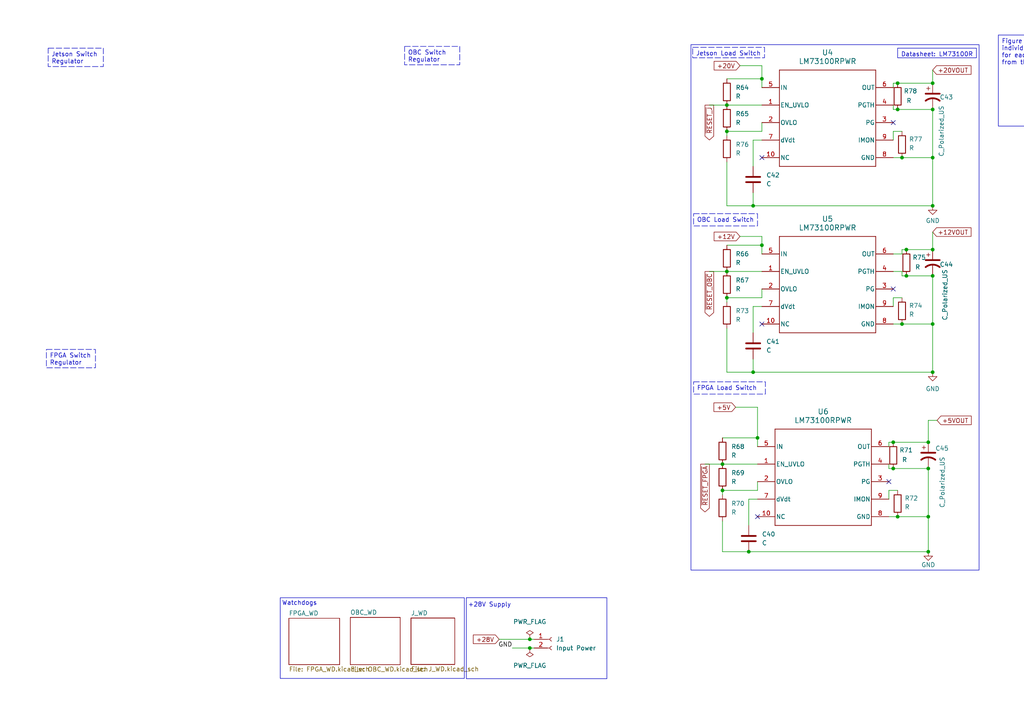
<source format=kicad_sch>
(kicad_sch (version 20231120) (generator "eeschema") (generator_version "8.0")
  (paper "A4")
  (lib_symbols
    (symbol "Connector:Conn_01x02_Socket" (pin_names (offset 1.016) hide)
      (property "Reference" "J" (at 0 2.54 0))
      (property "Value" "Conn_01x02_Socket" (at 0 -5.08 0))
      (symbol "Conn_01x02_Socket_1_1"
        (arc (start 0 -2.032) (mid -0.5058 -2.54) (end 0 -3.048) (stroke (width 0.1524)))
        (polyline (pts (xy -1.27 -2.54) (xy -0.508 -2.54)) (stroke (width 0.1524)))
        (polyline (pts (xy -1.27 0) (xy -0.508 0)) (stroke (width 0.1524)))
        (arc (start 0 0.508) (mid -0.5058 0) (end 0 -0.508) (stroke (width 0.1524)))
        (pin passive line (at -5.08 0 0) (length 3.81) (name "Pin_1") (number "1"))
        (pin passive line (at -5.08 -2.54 0) (length 3.81) (name "Pin_2") (number "2"))
      )
    )
    (symbol "Device:C" (pin_numbers hide) (pin_names (offset 0.254))
      (property "Reference" "C" (at 0.635 2.54 0))
      (property "Value" "C" (at 0.635 -2.54 0))
      (symbol "C_0_1"
        (polyline (pts (xy -2.032 -0.762) (xy 2.032 -0.762)) (stroke (width 0.508)))
        (polyline (pts (xy -2.032 0.762) (xy 2.032 0.762)) (stroke (width 0.508)))
      )
      (symbol "C_1_1"
        (pin passive line (at 0 3.81 270) (length 2.794) (name "~") (number "1"))
        (pin passive line (at 0 -3.81 90) (length 2.794) (name "~") (number "2"))
      )
    )
    (symbol "Device:C_Polarized_US" (pin_numbers hide) (pin_names (offset 0.254) hide)
      (property "Reference" "C" (at 0.635 2.54 0))
      (property "Value" "C_Polarized_US" (at 0.635 -2.54 0))
      (symbol "C_Polarized_US_0_1"
        (polyline (pts (xy -2.032 0.762) (xy 2.032 0.762)) (stroke (width 0.508)))
        (polyline (pts (xy -1.778 2.286) (xy -0.762 2.286)))
        (polyline (pts (xy -1.27 1.778) (xy -1.27 2.794)))
        (arc (start 2.032 -1.27) (mid 0 -0.5572) (end -2.032 -1.27) (stroke (width 0.508)))
      )
      (symbol "C_Polarized_US_1_1"
        (pin passive line (at 0 3.81 270) (length 2.794) (name "~") (number "1"))
        (pin passive line (at 0 -3.81 90) (length 3.302) (name "~") (number "2"))
      )
    )
    (symbol "Device:R" (pin_numbers hide) (pin_names (offset 0))
      (property "Reference" "R" (at 2.032 0 90))
      (property "Value" "R" (at 0 0 90))
      (symbol "R_0_1"
        (rectangle (start -1.016 -2.54) (end 1.016 2.54) (stroke (width 0.254)))
      )
      (symbol "R_1_1"
        (pin passive line (at 0 3.81 270) (length 1.27) (name "~") (number "1"))
        (pin passive line (at 0 -3.81 90) (length 1.27) (name "~") (number "2"))
      )
    )
    (symbol "Texas Instruments - LM73100RPWR:LM73100RPWR" (pin_names (offset 0.254))
      (property "Reference" "U" (at 0 2.54 0))
      (property "Value" "LM73100RPWR" (at 0 0 0))
      (symbol "LM73100RPWR_0_1"
        (polyline (pts (xy 5.08 -22.86) (xy 33.02 -22.86)) (stroke (width 0.2032)))
        (polyline (pts (xy 5.08 5.08) (xy 5.08 -22.86)) (stroke (width 0.2032)))
        (polyline (pts (xy 33.02 -22.86) (xy 33.02 5.08)) (stroke (width 0.2032)))
        (polyline (pts (xy 33.02 5.08) (xy 5.08 5.08)) (stroke (width 0.2032)))
        (pin input line (at 0 -5.08 0) (length 5.08) (name "EN_UVLO") (number "1"))
        (pin unspecified line (at 0 -20.32 0) (length 5.08) (name "NC") (number "10"))
        (pin input line (at 0 -10.16 0) (length 5.08) (name "OVLO") (number "2"))
        (pin output line (at 38.1 -10.16 180) (length 5.08) (name "PG") (number "3"))
        (pin input line (at 38.1 -5.08 180) (length 5.08) (name "PGTH") (number "4"))
        (pin power_in line (at 0 0 0) (length 5.08) (name "IN") (number "5"))
        (pin power_in line (at 38.1 0 180) (length 5.08) (name "OUT") (number "6"))
        (pin output line (at 0 -15.24 0) (length 5.08) (name "dVdt") (number "7"))
        (pin power_in line (at 38.1 -20.32 180) (length 5.08) (name "GND") (number "8"))
        (pin output line (at 38.1 -15.24 180) (length 5.08) (name "IMON") (number "9"))
      )
    )
    (symbol "power:GND" (power) (pin_numbers hide) (pin_names (offset 0) hide)
      (property "Value" "GND" (at 0 -3.81 0))
      (symbol "GND_0_1"
        (polyline (pts (xy 0 0) (xy 0 -1.27) (xy 1.27 -1.27) (xy 0 -2.54) (xy -1.27 -1.27) (xy 0 -1.27)))
      )
      (symbol "GND_1_1"
        (pin power_in line (at 0 0 270) (length 0) (name "~") (number "1"))
      )
    )
    (symbol "power:PWR_FLAG" (power) (pin_numbers hide) (pin_names (offset 0) hide)
      (property "Value" "PWR_FLAG" (at 0 3.81 0))
      (symbol "PWR_FLAG_0_0"
        (pin power_out line (at 0 0 90) (length 0) (name "~") (number "1"))
      )
      (symbol "PWR_FLAG_0_1"
        (polyline (pts (xy 0 0) (xy 0 1.27) (xy -1.016 1.905) (xy 0 2.54) (xy 1.016 1.905) (xy 0 1.27)))
      )
    )
  )
  (junction (at 209.55 134.62))
  (junction (at 259.08 135.89))
  (junction (at 218.44 107.95))
  (junction (at 270.51 107.95))
  (junction (at 260.35 149.86))
  (junction (at 269.24 149.86))
  (junction (at 217.17 160.02))
  (junction (at 260.35 24.13))
  (junction (at 269.24 160.02))
  (junction (at 261.62 93.98))
  (junction (at 270.51 80.01))
  (junction (at 270.51 31.75))
  (junction (at 270.51 59.69))
  (junction (at 262.89 72.39))
  (junction (at 219.71 127))
  (junction (at 210.82 30.48))
  (junction (at 270.51 45.72))
  (junction (at 220.98 71.12))
  (junction (at 260.35 31.75))
  (junction (at 209.55 142.24))
  (junction (at 210.82 78.74))
  (junction (at 220.98 22.86))
  (junction (at 210.82 38.1))
  (junction (at 210.82 86.36))
  (junction (at 259.08 128.27))
  (junction (at 153.67 187.96))
  (junction (at 269.24 128.27))
  (junction (at 218.44 59.69))
  (junction (at 270.51 93.98))
  (junction (at 270.51 72.39))
  (junction (at 262.89 80.01))
  (junction (at 261.62 45.72))
  (junction (at 269.24 135.89))
  (junction (at 153.67 185.42))
  (junction (at 270.51 24.13))
  (no_connect (at 219.71 149.86))
  (no_connect (at 259.08 83.82))
  (no_connect (at 259.08 35.56))
  (no_connect (at 257.81 139.7))
  (no_connect (at 220.98 45.72))
  (no_connect (at 220.98 93.98))
  (wire (pts (xy 213.36 118.11) (xy 219.71 118.11)))
  (wire (pts (xy 210.82 38.1) (xy 220.98 38.1)))
  (wire (pts (xy 270.51 20.32) (xy 270.51 24.13)))
  (wire (pts (xy 220.98 88.9) (xy 218.44 88.9)))
  (wire (pts (xy 210.82 22.86) (xy 220.98 22.86)))
  (wire (pts (xy 210.82 78.74) (xy 220.98 78.74)))
  (wire (pts (xy 218.44 40.64) (xy 218.44 48.26)))
  (wire (pts (xy 259.08 93.98) (xy 261.62 93.98)))
  (wire (pts (xy 261.62 78.74) (xy 261.62 80.01)))
  (wire (pts (xy 269.24 121.92) (xy 271.78 121.92)))
  (wire (pts (xy 260.35 24.13) (xy 259.08 24.13)))
  (wire (pts (xy 210.82 30.48) (xy 220.98 30.48)))
  (wire (pts (xy 269.24 121.92) (xy 269.24 128.27)))
  (wire (pts (xy 209.55 160.02) (xy 217.17 160.02)))
  (wire (pts (xy 220.98 38.1) (xy 220.98 35.56)))
  (wire (pts (xy 270.51 67.31) (xy 270.51 72.39)))
  (wire (pts (xy 204.47 134.62) (xy 209.55 134.62)))
  (wire (pts (xy 220.98 71.12) (xy 220.98 73.66)))
  (wire (pts (xy 214.63 68.58) (xy 220.98 68.58)))
  (wire (pts (xy 262.89 72.39) (xy 270.51 72.39)))
  (wire (pts (xy 261.62 38.1) (xy 259.08 38.1)))
  (wire (pts (xy 262.89 72.39) (xy 261.62 72.39)))
  (wire (pts (xy 210.82 46.99) (xy 210.82 59.69)))
  (wire (pts (xy 269.24 135.89) (xy 269.24 149.86)))
  (wire (pts (xy 210.82 86.36) (xy 220.98 86.36)))
  (wire (pts (xy 220.98 19.05) (xy 220.98 22.86)))
  (wire (pts (xy 269.24 160.02) (xy 269.24 149.86)))
  (wire (pts (xy 270.51 80.01) (xy 270.51 93.98)))
  (wire (pts (xy 219.71 127) (xy 219.71 129.54)))
  (wire (pts (xy 261.62 80.01) (xy 262.89 80.01)))
  (wire (pts (xy 220.98 68.58) (xy 220.98 71.12)))
  (wire (pts (xy 220.98 86.36) (xy 220.98 83.82)))
  (wire (pts (xy 257.81 135.89) (xy 259.08 135.89)))
  (wire (pts (xy 209.55 127) (xy 219.71 127)))
  (wire (pts (xy 219.71 142.24) (xy 219.71 139.7)))
  (wire (pts (xy 214.63 19.05) (xy 220.98 19.05)))
  (wire (pts (xy 220.98 22.86) (xy 220.98 25.4)))
  (wire (pts (xy 209.55 134.62) (xy 219.71 134.62)))
  (wire (pts (xy 259.08 86.36) (xy 259.08 88.9)))
  (wire (pts (xy 259.08 128.27) (xy 269.24 128.27)))
  (wire (pts (xy 153.67 187.96) (xy 154.94 187.96)))
  (wire (pts (xy 261.62 86.36) (xy 259.08 86.36)))
  (wire (pts (xy 217.17 144.78) (xy 217.17 152.4)))
  (wire (pts (xy 210.82 71.12) (xy 220.98 71.12)))
  (wire (pts (xy 261.62 73.66) (xy 259.08 73.66)))
  (wire (pts (xy 257.81 142.24) (xy 257.81 144.78)))
  (wire (pts (xy 260.35 31.75) (xy 270.51 31.75)))
  (wire (pts (xy 259.08 30.48) (xy 259.08 31.75)))
  (wire (pts (xy 259.08 45.72) (xy 261.62 45.72)))
  (wire (pts (xy 261.62 78.74) (xy 259.08 78.74)))
  (wire (pts (xy 260.35 24.13) (xy 270.51 24.13)))
  (wire (pts (xy 205.74 30.48) (xy 210.82 30.48)))
  (wire (pts (xy 260.35 149.86) (xy 269.24 149.86)))
  (wire (pts (xy 219.71 144.78) (xy 217.17 144.78)))
  (wire (pts (xy 148.59 187.96) (xy 153.67 187.96)))
  (wire (pts (xy 210.82 95.25) (xy 210.82 107.95)))
  (wire (pts (xy 270.51 59.69) (xy 270.51 45.72)))
  (wire (pts (xy 261.62 45.72) (xy 270.51 45.72)))
  (wire (pts (xy 220.98 40.64) (xy 218.44 40.64)))
  (wire (pts (xy 153.67 185.42) (xy 154.94 185.42)))
  (wire (pts (xy 209.55 142.24) (xy 219.71 142.24)))
  (wire (pts (xy 259.08 31.75) (xy 260.35 31.75)))
  (wire (pts (xy 260.35 142.24) (xy 257.81 142.24)))
  (wire (pts (xy 261.62 72.39) (xy 261.62 73.66)))
  (wire (pts (xy 257.81 128.27) (xy 257.81 129.54)))
  (wire (pts (xy 257.81 149.86) (xy 260.35 149.86)))
  (wire (pts (xy 209.55 142.24) (xy 209.55 143.51)))
  (wire (pts (xy 270.51 107.95) (xy 270.51 93.98)))
  (wire (pts (xy 259.08 38.1) (xy 259.08 40.64)))
  (wire (pts (xy 210.82 38.1) (xy 210.82 39.37)))
  (wire (pts (xy 218.44 59.69) (xy 270.51 59.69)))
  (wire (pts (xy 210.82 59.69) (xy 218.44 59.69)))
  (wire (pts (xy 270.51 31.75) (xy 270.51 45.72)))
  (wire (pts (xy 262.89 80.01) (xy 270.51 80.01)))
  (wire (pts (xy 209.55 151.13) (xy 209.55 160.02)))
  (wire (pts (xy 218.44 107.95) (xy 270.51 107.95)))
  (wire (pts (xy 144.78 185.42) (xy 153.67 185.42)))
  (wire (pts (xy 218.44 107.95) (xy 218.44 104.14)))
  (wire (pts (xy 218.44 88.9) (xy 218.44 96.52)))
  (wire (pts (xy 257.81 134.62) (xy 257.81 135.89)))
  (wire (pts (xy 205.74 78.74) (xy 210.82 78.74)))
  (wire (pts (xy 261.62 93.98) (xy 270.51 93.98)))
  (wire (pts (xy 218.44 59.69) (xy 218.44 55.88)))
  (wire (pts (xy 259.08 135.89) (xy 269.24 135.89)))
  (wire (pts (xy 219.71 118.11) (xy 219.71 127)))
  (wire (pts (xy 210.82 86.36) (xy 210.82 87.63)))
  (wire (pts (xy 259.08 128.27) (xy 257.81 128.27)))
  (wire (pts (xy 210.82 107.95) (xy 218.44 107.95)))
  (wire (pts (xy 217.17 160.02) (xy 269.24 160.02)))
  (wire (pts (xy 259.08 24.13) (xy 259.08 25.4)))
  (rectangle (start 200.406 12.954) (end 283.972 165.354))
  (rectangle (start 135.255 173.355) (end 176.022 196.85))
  (rectangle (start 81.28 173.382) (end 134.6758 196.7715))
  (text_box "Datasheet: LM73100R\n" (at 260.35 13.97 0) (size 22.86 2.794) (effects (font (size 1.27 1.27)) (justify left top)))
  (text_box "OBC Load Switch\n" (at 201.168 61.976 0) (size 18.542 3.556) (stroke (width 0) (type dash)) (effects (font (size 1.27 1.27)) (justify left top)))
  (text_box "Jetson Switch Regulator\n" (at 13.97 13.97 0) (size 16.002 5.334) (stroke (width 0) (type dash)) (effects (font (size 1.27 1.27)) (justify left top)))
  (text_box "Figure out the individual parameters for each load switch from the watch dogs\n" (at 289.56 10.16 0) (size 25.654 26.416) (effects (font (size 1.27 1.27)) (justify left top)))
  (text_box "Jetson Load Switch" (at 200.914 13.716 0) (size 20.828 3.048) (stroke (width 0) (type dash)) (effects (font (size 1.27 1.27)) (justify left top)))
  (text_box "OBC Switch Regulator" (at 117.348 13.462 0) (size 16.002 5.334) (stroke (width 0) (type dash)) (effects (font (size 1.27 1.27)) (justify left top)))
  (text_box "FPGA Load Switch\n" (at 201.168 110.744 0) (size 20.828 3.556) (stroke (width 0) (type dash)) (effects (font (size 1.27 1.27)) (justify left top)))
  (text_box "FPGA Switch Regulator\n" (at 13.462 101.346 0) (size 14.224 5.334) (stroke (width 0) (type dash)) (effects (font (size 1.27 1.27)) (justify left top)))
  (text "+28V Supply\n" (at 141.986 175.514 0) (effects (font (size 1.27 1.27))))
  (text "Watchdogs\n" (at 86.868 175.006 0) (effects (font (size 1.27 1.27))))
  (label "GND" (at 148.59 187.96 180))
  (global_label "+5V" (shape input) (at 213.36 118.11 180) (property "Intersheetrefs" "${INTERSHEET_REFS}" (effects (hide yes))))
  (global_label "~{RESET_OBC}" (shape output) (at 205.74 78.74 270) (property "Intersheetrefs" "${INTERSHEET_REFS}" (effects (hide yes))))
  (global_label "+5VOUT" (shape input) (at 271.78 121.92 0) (property "Intersheetrefs" "${INTERSHEET_REFS}" (effects (hide yes))))
  (global_label "+12VOUT" (shape input) (at 270.51 67.31 0) (property "Intersheetrefs" "${INTERSHEET_REFS}" (effects (hide yes))))
  (global_label "+20VOUT" (shape input) (at 270.51 20.32 0) (property "Intersheetrefs" "${INTERSHEET_REFS}" (effects (hide yes))))
  (global_label "~{RESET_J}" (shape output) (at 205.74 30.48 270) (property "Intersheetrefs" "${INTERSHEET_REFS}" (effects (hide yes))))
  (global_label "+28V" (shape input) (at 144.78 185.42 180) (property "Intersheetrefs" "${INTERSHEET_REFS}" (effects (hide yes))))
  (global_label "+20V" (shape input) (at 214.63 19.05 180) (property "Intersheetrefs" "${INTERSHEET_REFS}" (effects (hide yes))))
  (global_label "~{RESET_FPGA}" (shape output) (at 204.47 134.62 270) (property "Intersheetrefs" "${INTERSHEET_REFS}" (effects (hide yes))))
  (global_label "+12V" (shape input) (at 214.63 68.58 180) (property "Intersheetrefs" "${INTERSHEET_REFS}" (effects (hide yes))))
  (symbol (lib_id "Device:R") (at 262.89 76.2 0) (unit 1)
    (property "Reference" "R75" (at 264.668 74.676 0) (effects (justify left)))
    (property "Value" "R" (at 265.43 77.4699 0) (effects (justify left)))
    (property "Description" "Resistor" (effects (hide yes)))
  )
  (symbol (lib_id "Device:R") (at 210.82 34.29 0) (unit 1)
    (property "Reference" "R65" (at 213.36 33.0199 0) (effects (justify left)))
    (property "Value" "R" (at 213.36 35.5599 0) (effects (justify left)))
    (property "Description" "Resistor" (effects (hide yes)))
  )
  (symbol (lib_id "Texas Instruments - LM73100RPWR:LM73100RPWR") (at 220.98 73.66 0) (unit 1)
    (property "Reference" "U5" (at 240.03 63.5 0) (effects (font (size 1.524 1.524))))
    (property "Value" "LM73100RPWR" (at 240.03 66.04 0) (effects (font (size 1.524 1.524))))
    (property "Footprint" "RPW0010A-MFG" (effects (hide yes)))
    (property "Datasheet" "LM73100RPWR" (effects (hide yes)))
  )
  (symbol (lib_id "Device:C_Polarized_US") (at 270.51 76.2 0) (unit 1)
    (property "Reference" "C44" (at 272.542 76.708 0) (effects (justify left)))
    (property "Value" "C_Polarized_US" (at 274.066 92.964 90) (effects (justify left)))
    (property "Description" "Polarized capacitor, US symbol" (effects (hide yes)))
  )
  (symbol (lib_id "Device:R") (at 259.08 132.08 0) (unit 1)
    (property "Reference" "R71" (at 260.858 130.556 0) (effects (justify left)))
    (property "Value" "R" (at 261.62 133.3499 0) (effects (justify left)))
    (property "Description" "Resistor" (effects (hide yes)))
  )
  (symbol (lib_id "Device:C") (at 218.44 52.07 0) (unit 1)
    (property "Reference" "C42" (at 222.25 50.7999 0) (effects (justify left)))
    (property "Value" "C" (at 222.25 53.3399 0) (effects (justify left)))
    (property "Description" "Unpolarized capacitor" (effects (hide yes)))
  )
  (symbol (lib_id "Device:C") (at 217.17 156.21 0) (unit 1)
    (property "Reference" "C40" (at 220.98 154.9399 0) (effects (justify left)))
    (property "Value" "C" (at 220.98 157.4799 0) (effects (justify left)))
    (property "Description" "Unpolarized capacitor" (effects (hide yes)))
  )
  (symbol (lib_id "Device:R") (at 210.82 74.93 0) (unit 1)
    (property "Reference" "R66" (at 213.36 73.6599 0) (effects (justify left)))
    (property "Value" "R" (at 213.36 76.1999 0) (effects (justify left)))
    (property "Description" "Resistor" (effects (hide yes)))
  )
  (symbol (lib_id "Device:R") (at 210.82 82.55 0) (unit 1)
    (property "Reference" "R67" (at 213.36 81.2799 0) (effects (justify left)))
    (property "Value" "R" (at 213.36 83.8199 0) (effects (justify left)))
    (property "Description" "Resistor" (effects (hide yes)))
  )
  (symbol (lib_id "Device:C") (at 218.44 100.33 0) (unit 1)
    (property "Reference" "C41" (at 222.25 99.0599 0) (effects (justify left)))
    (property "Value" "C" (at 222.25 101.5999 0) (effects (justify left)))
    (property "Description" "Unpolarized capacitor" (effects (hide yes)))
  )
  (symbol (lib_id "Device:R") (at 261.62 41.91 0) (unit 1)
    (property "Reference" "R77" (at 263.652 40.386 0) (effects (justify left)))
    (property "Value" "R" (at 263.652 42.926 0) (effects (justify left)))
    (property "Description" "Resistor" (effects (hide yes)))
  )
  (symbol (lib_id "Device:R") (at 210.82 26.67 0) (unit 1)
    (property "Reference" "R64" (at 213.36 25.3999 0) (effects (justify left)))
    (property "Value" "R" (at 213.36 27.9399 0) (effects (justify left)))
    (property "Description" "Resistor" (effects (hide yes)))
  )
  (symbol (lib_id "power:GND") (at 269.24 160.02 0) (unit 1)
    (property "Reference" "#PWR036" (effects (hide yes)))
    (property "Value" "GND" (at 269.24 163.83 0))
    (property "Description" "Power symbol creates a global label with name \"GND\" , ground" (effects (hide yes)))
  )
  (symbol (lib_id "power:GND") (at 270.51 107.95 0) (unit 1)
    (property "Reference" "#PWR035" (effects (hide yes)))
    (property "Value" "GND" (at 270.51 112.776 0))
    (property "Description" "Power symbol creates a global label with name \"GND\" , ground" (effects (hide yes)))
  )
  (symbol (lib_id "Device:R") (at 209.55 147.32 0) (unit 1)
    (property "Reference" "R70" (at 212.09 146.0499 0) (effects (justify left)))
    (property "Value" "R" (at 212.09 148.5899 0) (effects (justify left)))
    (property "Description" "Resistor" (effects (hide yes)))
  )
  (symbol (lib_id "Device:C_Polarized_US") (at 269.24 132.08 0) (unit 1)
    (property "Reference" "C45" (at 271.272 130.048 0) (effects (justify left)))
    (property "Value" "C_Polarized_US" (at 273.304 147.32 90) (effects (justify left)))
    (property "Description" "Polarized capacitor, US symbol" (effects (hide yes)))
  )
  (symbol (lib_id "Texas Instruments - LM73100RPWR:LM73100RPWR") (at 220.98 25.4 0) (unit 1)
    (property "Reference" "U4" (at 240.03 15.24 0) (effects (font (size 1.524 1.524))))
    (property "Value" "LM73100RPWR" (at 240.03 17.78 0) (effects (font (size 1.524 1.524))))
    (property "Footprint" "RPW0010A-MFG" (effects (hide yes)))
    (property "Datasheet" "LM73100RPWR" (effects (hide yes)))
  )
  (symbol (lib_id "Device:R") (at 260.35 27.94 0) (unit 1)
    (property "Reference" "R78" (at 262.128 26.416 0) (effects (justify left)))
    (property "Value" "R" (at 262.89 29.2099 0) (effects (justify left)))
    (property "Description" "Resistor" (effects (hide yes)))
  )
  (symbol (lib_id "power:GND") (at 270.51 59.69 0) (unit 1)
    (property "Reference" "#PWR034" (effects (hide yes)))
    (property "Value" "GND" (at 268.478 64.008 0) (effects (justify left)))
    (property "Description" "Power symbol creates a global label with name \"GND\" , ground" (effects (hide yes)))
  )
  (symbol (lib_id "power:PWR_FLAG") (at 153.67 187.96 180) (unit 1)
    (property "Reference" "#FLG02" (effects (hide yes)))
    (property "Value" "PWR_FLAG" (at 153.67 193.04 0))
    (property "Description" "Special symbol for telling ERC where power comes from" (effects (hide yes)))
  )
  (symbol (lib_id "Texas Instruments - LM73100RPWR:LM73100RPWR") (at 219.71 129.54 0) (unit 1)
    (property "Reference" "U6" (at 238.76 119.38 0) (effects (font (size 1.524 1.524))))
    (property "Value" "LM73100RPWR" (at 238.76 121.92 0) (effects (font (size 1.524 1.524))))
    (property "Footprint" "RPW0010A-MFG" (effects (hide yes)))
    (property "Datasheet" "LM73100RPWR" (effects (hide yes)))
  )
  (symbol (lib_id "Connector:Conn_01x02_Socket") (at 160.02 185.42 0) (unit 1)
    (property "Reference" "J1" (at 161.29 185.4199 0) (effects (justify left)))
    (property "Value" "Input Power" (at 161.29 187.9599 0) (effects (justify left)))
    (property "Description" "Generic connector, single row, 01x02, script generated" (effects (hide yes)))
  )
  (symbol (lib_id "Device:R") (at 260.35 146.05 0) (unit 1)
    (property "Reference" "R72" (at 262.382 144.526 0) (effects (justify left)))
    (property "Value" "R" (at 262.382 147.066 0) (effects (justify left)))
    (property "Description" "Resistor" (effects (hide yes)))
  )
  (symbol (lib_id "Device:R") (at 209.55 138.43 0) (unit 1)
    (property "Reference" "R69" (at 212.09 137.1599 0) (effects (justify left)))
    (property "Value" "R" (at 212.09 139.6999 0) (effects (justify left)))
    (property "Description" "Resistor" (effects (hide yes)))
  )
  (symbol (lib_id "power:PWR_FLAG") (at 153.67 185.42 0) (unit 1)
    (property "Reference" "#FLG01" (effects (hide yes)))
    (property "Value" "PWR_FLAG" (at 153.67 180.34 0))
    (property "Description" "Special symbol for telling ERC where power comes from" (effects (hide yes)))
  )
  (symbol (lib_id "Device:R") (at 261.62 90.17 0) (unit 1)
    (property "Reference" "R74" (at 263.652 88.646 0) (effects (justify left)))
    (property "Value" "R" (at 263.652 91.186 0) (effects (justify left)))
    (property "Description" "Resistor" (effects (hide yes)))
  )
  (symbol (lib_id "Device:R") (at 209.55 130.81 0) (unit 1)
    (property "Reference" "R68" (at 212.09 129.5399 0) (effects (justify left)))
    (property "Value" "R" (at 212.09 132.0799 0) (effects (justify left)))
    (property "Description" "Resistor" (effects (hide yes)))
  )
  (symbol (lib_id "Device:R") (at 210.82 91.44 0) (unit 1)
    (property "Reference" "R73" (at 213.36 90.1699 0) (effects (justify left)))
    (property "Value" "R" (at 213.36 92.7099 0) (effects (justify left)))
    (property "Description" "Resistor" (effects (hide yes)))
  )
  (symbol (lib_id "Device:R") (at 210.82 43.18 0) (unit 1)
    (property "Reference" "R76" (at 213.36 41.9099 0) (effects (justify left)))
    (property "Value" "R" (at 213.36 44.4499 0) (effects (justify left)))
    (property "Description" "Resistor" (effects (hide yes)))
  )
  (symbol (lib_id "Device:C_Polarized_US") (at 270.51 27.94 0) (unit 1)
    (property "Reference" "C43" (at 272.542 28.194 0) (effects (justify left)))
    (property "Value" "C_Polarized_US" (at 273.05 45.466 90) (effects (justify left)))
    (property "Description" "Polarized capacitor, US symbol" (effects (hide yes)))
  )
  (sheet (at 119.202 179.2576) (size 12.7 13.462) (stroke (width 0.1524))
    (property "Sheetname" "J_WD" (at 119.202 178.546 0) (effects (justify left bottom)))
    (property "Sheetfile" "J_WD.kicad_sch" (at 119.202 193.3042 0) (effects (justify left top)))
  )
  (sheet (at 83.7811 179.318) (size 14.732 13.462) (stroke (width 0.1524))
    (property "Sheetname" "FPGA_WD" (at 83.7811 178.6064 0) (effects (justify left bottom)))
    (property "Sheetfile" "FPGA_WD.kicad_sch" (at 83.7811 193.3646 0) (effects (justify left top)))
  )
  (sheet (at 101.6 179.07) (size 14.478 13.716) (stroke (width 0.1524))
    (property "Sheetname" "OBC_WD" (at 101.6 178.3584 0) (effects (justify left bottom)))
    (property "Sheetfile" "OBC_WD.kicad_sch" (at 101.6 193.3706 0) (effects (justify left top)))
  )
)
</source>
